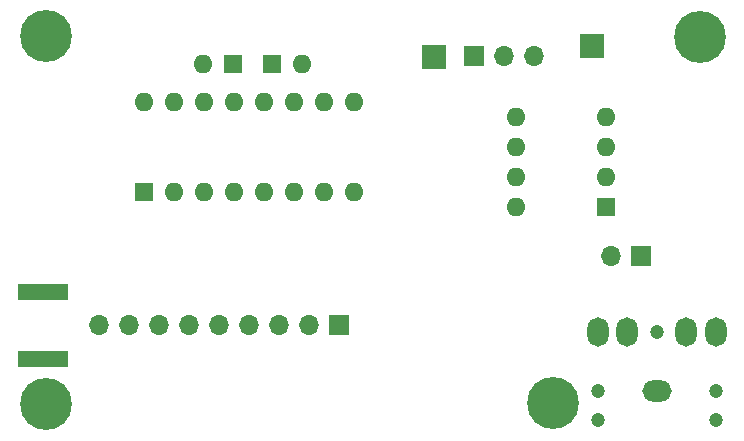
<source format=gbr>
%TF.GenerationSoftware,KiCad,Pcbnew,8.0.1-unknown-202403182320~f90c3ef075~ubuntu22.04.1*%
%TF.CreationDate,2024-03-20T20:40:56+05:30*%
%TF.ProjectId,BoB,426f422e-6b69-4636-9164-5f7063625858,rev?*%
%TF.SameCoordinates,Original*%
%TF.FileFunction,Soldermask,Bot*%
%TF.FilePolarity,Negative*%
%FSLAX46Y46*%
G04 Gerber Fmt 4.6, Leading zero omitted, Abs format (unit mm)*
G04 Created by KiCad (PCBNEW 8.0.1-unknown-202403182320~f90c3ef075~ubuntu22.04.1) date 2024-03-20 20:40:56*
%MOMM*%
%LPD*%
G01*
G04 APERTURE LIST*
%ADD10R,2.000000X2.000000*%
%ADD11R,1.600000X1.600000*%
%ADD12O,1.600000X1.600000*%
%ADD13R,1.700000X1.700000*%
%ADD14O,1.700000X1.700000*%
%ADD15C,4.400000*%
%ADD16R,4.200000X1.350000*%
%ADD17C,1.200000*%
%ADD18O,1.800000X2.500000*%
%ADD19O,2.500000X1.800000*%
G04 APERTURE END LIST*
D10*
%TO.C,TP1*%
X80460000Y-47660000D03*
%TD*%
D11*
%TO.C,D8*%
X66762000Y-48278000D03*
D12*
X69302000Y-48278000D03*
%TD*%
D13*
%TO.C,RV1*%
X83900000Y-47590000D03*
D14*
X86440000Y-47590000D03*
X88980000Y-47590000D03*
%TD*%
D13*
%TO.C,J2*%
X98044000Y-64516000D03*
D14*
X95504000Y-64516000D03*
%TD*%
D15*
%TO.C,H2*%
X90600000Y-76984000D03*
%TD*%
%TO.C,H4*%
X47649274Y-77087274D03*
%TD*%
%TO.C,H1*%
X47649274Y-45892726D03*
%TD*%
D13*
%TO.C,JP1*%
X72438000Y-70380000D03*
D14*
X69898000Y-70380000D03*
X67358000Y-70380000D03*
X64818000Y-70380000D03*
X62278000Y-70380000D03*
X59738000Y-70380000D03*
X57198000Y-70380000D03*
X54658000Y-70380000D03*
X52118000Y-70380000D03*
%TD*%
D10*
%TO.C,TP2*%
X93878000Y-46712000D03*
%TD*%
D16*
%TO.C,J1*%
X47352000Y-67603000D03*
X47352000Y-73253000D03*
%TD*%
D15*
%TO.C,H3*%
X103046000Y-45996000D03*
%TD*%
D11*
%TO.C,D7*%
X63482000Y-48258000D03*
D12*
X60942000Y-48258000D03*
%TD*%
D11*
%TO.C,U1*%
X55922000Y-59068000D03*
D12*
X58462000Y-59068000D03*
X61002000Y-59068000D03*
X63542000Y-59068000D03*
X66082000Y-59068000D03*
X68622000Y-59068000D03*
X71162000Y-59068000D03*
X73702000Y-59068000D03*
X73702000Y-51448000D03*
X71162000Y-51448000D03*
X68622000Y-51448000D03*
X66082000Y-51448000D03*
X63542000Y-51448000D03*
X61002000Y-51448000D03*
X58462000Y-51448000D03*
X55922000Y-51448000D03*
%TD*%
D17*
%TO.C,SPK1*%
X94362000Y-78420000D03*
X104362000Y-78420000D03*
X94362000Y-75920000D03*
X104362000Y-75920000D03*
X99362000Y-70920000D03*
D18*
X94362000Y-70920000D03*
X96862000Y-70920000D03*
D19*
X99362000Y-75920000D03*
D18*
X104362000Y-70920000D03*
X101862000Y-70920000D03*
%TD*%
D11*
%TO.C,U2*%
X95062000Y-60343000D03*
D12*
X95062000Y-57803000D03*
X95062000Y-55263000D03*
X95062000Y-52723000D03*
X87442000Y-52723000D03*
X87442000Y-55263000D03*
X87442000Y-57803000D03*
X87442000Y-60343000D03*
%TD*%
M02*

</source>
